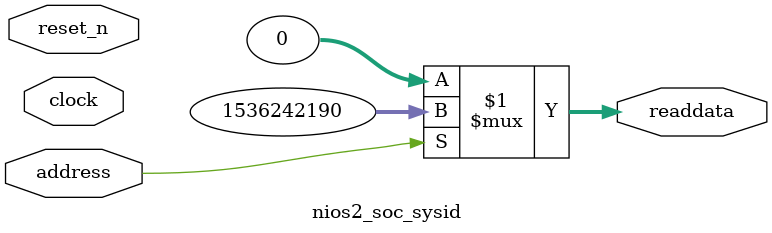
<source format=v>

`timescale 1ns / 1ps
// synthesis translate_on

// turn off superfluous verilog processor warnings 
// altera message_level Level1 
// altera message_off 10034 10035 10036 10037 10230 10240 10030 

module nios2_soc_sysid (
               // inputs:
                address,
                clock,
                reset_n,

               // outputs:
                readdata
             )
;

  output  [ 31: 0] readdata;
  input            address;
  input            clock;
  input            reset_n;

  wire    [ 31: 0] readdata;
  //control_slave, which is an e_avalon_slave
  assign readdata = address ? 1536242190 : 0;

endmodule




</source>
